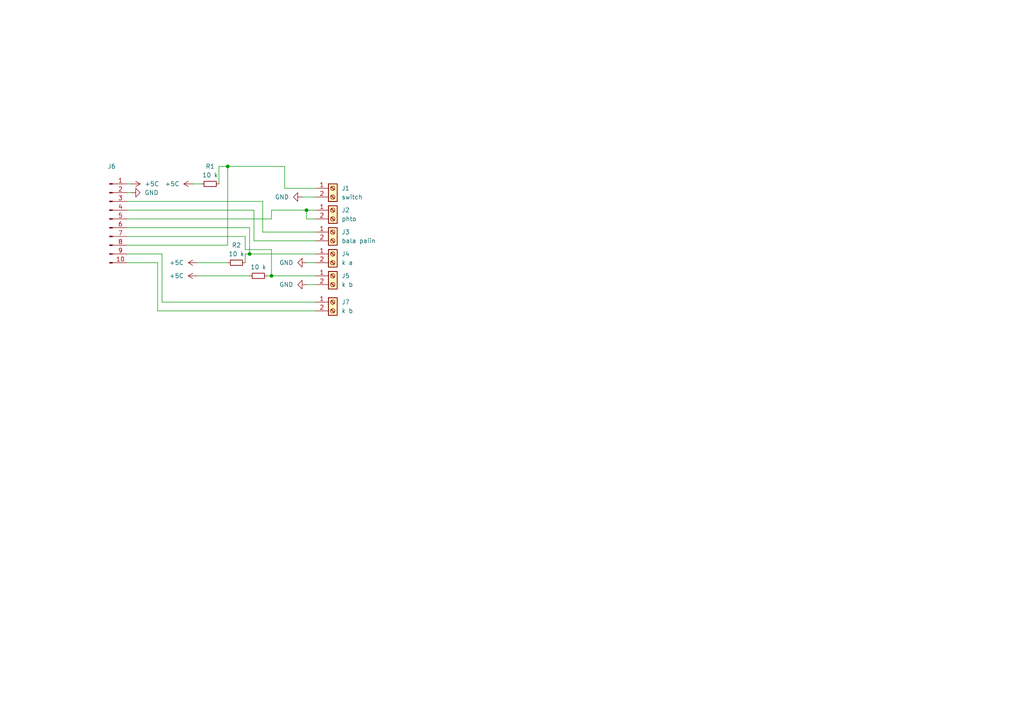
<source format=kicad_sch>
(kicad_sch (version 20231120) (generator "eeschema") (generator_version "8.0")
  (paper "A4")
  (lib_symbols
    (symbol "Connector:Conn_01x10_Pin" (pin_names (offset 1.016) hide)
      (property "Reference" "J" (at 0 12.7 0))
      (property "Value" "Conn_01x10_Pin" (at 0 -15.24 0))
      (symbol "Conn_01x10_Pin_1_1"
        (polyline (pts (xy 1.27 -12.7) (xy 0.8636 -12.7)) (stroke (width 0.1524)))
        (polyline (pts (xy 1.27 -10.16) (xy 0.8636 -10.16)) (stroke (width 0.1524)))
        (polyline (pts (xy 1.27 -7.62) (xy 0.8636 -7.62)) (stroke (width 0.1524)))
        (polyline (pts (xy 1.27 -5.08) (xy 0.8636 -5.08)) (stroke (width 0.1524)))
        (polyline (pts (xy 1.27 -2.54) (xy 0.8636 -2.54)) (stroke (width 0.1524)))
        (polyline (pts (xy 1.27 0) (xy 0.8636 0)) (stroke (width 0.1524)))
        (polyline (pts (xy 1.27 2.54) (xy 0.8636 2.54)) (stroke (width 0.1524)))
        (polyline (pts (xy 1.27 5.08) (xy 0.8636 5.08)) (stroke (width 0.1524)))
        (polyline (pts (xy 1.27 7.62) (xy 0.8636 7.62)) (stroke (width 0.1524)))
        (polyline (pts (xy 1.27 10.16) (xy 0.8636 10.16)) (stroke (width 0.1524)))
        (rectangle (start 0.8636 -12.573) (end 0 -12.827) (stroke (width 0.1524)) (fill (type outline)))
        (rectangle (start 0.8636 -10.033) (end 0 -10.287) (stroke (width 0.1524)) (fill (type outline)))
        (rectangle (start 0.8636 -7.493) (end 0 -7.747) (stroke (width 0.1524)) (fill (type outline)))
        (rectangle (start 0.8636 -4.953) (end 0 -5.207) (stroke (width 0.1524)) (fill (type outline)))
        (rectangle (start 0.8636 -2.413) (end 0 -2.667) (stroke (width 0.1524)) (fill (type outline)))
        (rectangle (start 0.8636 0.127) (end 0 -0.127) (stroke (width 0.1524)) (fill (type outline)))
        (rectangle (start 0.8636 2.667) (end 0 2.413) (stroke (width 0.1524)) (fill (type outline)))
        (rectangle (start 0.8636 5.207) (end 0 4.953) (stroke (width 0.1524)) (fill (type outline)))
        (rectangle (start 0.8636 7.747) (end 0 7.493) (stroke (width 0.1524)) (fill (type outline)))
        (rectangle (start 0.8636 10.287) (end 0 10.033) (stroke (width 0.1524)) (fill (type outline)))
        (pin passive line (at 5.08 10.16 180) (length 3.81) (name "Pin_1") (number "1"))
        (pin passive line (at 5.08 -12.7 180) (length 3.81) (name "Pin_10") (number "10"))
        (pin passive line (at 5.08 7.62 180) (length 3.81) (name "Pin_2") (number "2"))
        (pin passive line (at 5.08 5.08 180) (length 3.81) (name "Pin_3") (number "3"))
        (pin passive line (at 5.08 2.54 180) (length 3.81) (name "Pin_4") (number "4"))
        (pin passive line (at 5.08 0 180) (length 3.81) (name "Pin_5") (number "5"))
        (pin passive line (at 5.08 -2.54 180) (length 3.81) (name "Pin_6") (number "6"))
        (pin passive line (at 5.08 -5.08 180) (length 3.81) (name "Pin_7") (number "7"))
        (pin passive line (at 5.08 -7.62 180) (length 3.81) (name "Pin_8") (number "8"))
        (pin passive line (at 5.08 -10.16 180) (length 3.81) (name "Pin_9") (number "9"))
      )
    )
    (symbol "Connector:Screw_Terminal_01x02" (pin_names (offset 1.016) hide)
      (property "Reference" "J" (at 0 2.54 0))
      (property "Value" "Screw_Terminal_01x02" (at 0 -5.08 0))
      (symbol "Screw_Terminal_01x02_1_1"
        (rectangle (start -1.27 1.27) (end 1.27 -3.81) (stroke (width 0.254)) (fill (type background)))
        (circle (center 0 -2.54) (radius 0.635) (stroke (width 0.1524)))
        (polyline (pts (xy -0.5334 -2.2098) (xy 0.3302 -3.048)) (stroke (width 0.1524)))
        (polyline (pts (xy -0.5334 0.3302) (xy 0.3302 -0.508)) (stroke (width 0.1524)))
        (polyline (pts (xy -0.3556 -2.032) (xy 0.508 -2.8702)) (stroke (width 0.1524)))
        (polyline (pts (xy -0.3556 0.508) (xy 0.508 -0.3302)) (stroke (width 0.1524)))
        (circle (center 0 0) (radius 0.635) (stroke (width 0.1524)))
        (pin passive line (at -5.08 0 0) (length 3.81) (name "Pin_1") (number "1"))
        (pin passive line (at -5.08 -2.54 0) (length 3.81) (name "Pin_2") (number "2"))
      )
    )
    (symbol "Device:R_Small" (pin_numbers hide) (pin_names (offset 0.254) hide)
      (property "Reference" "R" (at 0.762 0.508 0))
      (property "Value" "R_Small" (at 0.762 -1.016 0))
      (symbol "R_Small_0_1"
        (rectangle (start -0.762 1.778) (end 0.762 -1.778) (stroke (width 0.2032)))
      )
      (symbol "R_Small_1_1"
        (pin passive line (at 0 2.54 270) (length 0.762) (name "~") (number "1"))
        (pin passive line (at 0 -2.54 90) (length 0.762) (name "~") (number "2"))
      )
    )
    (symbol "power:+5C" (power) (pin_numbers hide) (pin_names (offset 0) hide)
      (property "Value" "+5C" (at 0 3.556 0))
      (symbol "+5C_0_1"
        (polyline (pts (xy -0.762 1.27) (xy 0 2.54)))
        (polyline (pts (xy 0 0) (xy 0 2.54)))
        (polyline (pts (xy 0 2.54) (xy 0.762 1.27)))
      )
      (symbol "+5C_1_1"
        (pin power_in line (at 0 0 90) (length 0) (name "~") (number "1"))
      )
    )
    (symbol "power:GND" (power) (pin_numbers hide) (pin_names (offset 0) hide)
      (property "Value" "GND" (at 0 -3.81 0))
      (symbol "GND_0_1"
        (polyline (pts (xy 0 0) (xy 0 -1.27) (xy 1.27 -1.27) (xy 0 -2.54) (xy -1.27 -1.27) (xy 0 -1.27)))
      )
      (symbol "GND_1_1"
        (pin power_in line (at 0 0 270) (length 0) (name "~") (number "1"))
      )
    )
  )
  (junction (at 66.04 48.26))
  (junction (at 88.9 60.96))
  (junction (at 72.39 73.66))
  (junction (at 78.74 80.01))
  (wire (pts (xy 72.39 73.66) (xy 91.44 73.66)))
  (wire (pts (xy 91.44 63.5) (xy 88.9 63.5)))
  (wire (pts (xy 46.99 87.63) (xy 46.99 73.66)))
  (wire (pts (xy 88.9 63.5) (xy 88.9 60.96)))
  (wire (pts (xy 38.1 53.34) (xy 36.83 53.34)))
  (wire (pts (xy 63.5 48.26) (xy 66.04 48.26)))
  (wire (pts (xy 73.66 60.96) (xy 36.83 60.96)))
  (wire (pts (xy 91.44 69.85) (xy 73.66 69.85)))
  (wire (pts (xy 55.88 53.34) (xy 58.42 53.34)))
  (wire (pts (xy 36.83 68.58) (xy 71.12 68.58)))
  (wire (pts (xy 77.47 80.01) (xy 78.74 80.01)))
  (wire (pts (xy 91.44 87.63) (xy 46.99 87.63)))
  (wire (pts (xy 46.99 73.66) (xy 36.83 73.66)))
  (wire (pts (xy 57.15 76.2) (xy 66.04 76.2)))
  (wire (pts (xy 36.83 55.88) (xy 38.1 55.88)))
  (wire (pts (xy 36.83 76.2) (xy 45.72 76.2)))
  (wire (pts (xy 73.66 69.85) (xy 73.66 60.96)))
  (wire (pts (xy 72.39 66.04) (xy 72.39 73.66)))
  (wire (pts (xy 87.63 57.15) (xy 91.44 57.15)))
  (wire (pts (xy 36.83 71.12) (xy 66.04 71.12)))
  (wire (pts (xy 82.55 54.61) (xy 91.44 54.61)))
  (wire (pts (xy 63.5 53.34) (xy 63.5 48.26)))
  (wire (pts (xy 78.74 72.39) (xy 78.74 80.01)))
  (wire (pts (xy 78.74 63.5) (xy 36.83 63.5)))
  (wire (pts (xy 82.55 48.26) (xy 82.55 54.61)))
  (wire (pts (xy 45.72 90.17) (xy 91.44 90.17)))
  (wire (pts (xy 71.12 73.66) (xy 72.39 73.66)))
  (wire (pts (xy 45.72 76.2) (xy 45.72 90.17)))
  (wire (pts (xy 88.9 76.2) (xy 91.44 76.2)))
  (wire (pts (xy 66.04 71.12) (xy 66.04 48.26)))
  (wire (pts (xy 71.12 68.58) (xy 71.12 72.39)))
  (wire (pts (xy 78.74 60.96) (xy 78.74 63.5)))
  (wire (pts (xy 76.2 58.42) (xy 76.2 67.31)))
  (wire (pts (xy 36.83 58.42) (xy 76.2 58.42)))
  (wire (pts (xy 36.83 66.04) (xy 72.39 66.04)))
  (wire (pts (xy 71.12 76.2) (xy 71.12 73.66)))
  (wire (pts (xy 57.15 80.01) (xy 72.39 80.01)))
  (wire (pts (xy 88.9 82.55) (xy 91.44 82.55)))
  (wire (pts (xy 76.2 67.31) (xy 91.44 67.31)))
  (wire (pts (xy 71.12 72.39) (xy 78.74 72.39)))
  (wire (pts (xy 88.9 60.96) (xy 78.74 60.96)))
  (wire (pts (xy 78.74 80.01) (xy 91.44 80.01)))
  (wire (pts (xy 66.04 48.26) (xy 82.55 48.26)))
  (wire (pts (xy 91.44 60.96) (xy 88.9 60.96)))
  (symbol (lib_id "power:+5C") (at 57.15 80.01 90) (unit 1)
    (property "Reference" "#PWR05" (effects (hide yes)))
    (property "Value" "+5C" (at 53.34 80.0099 90) (effects (justify left)))
    (property "Description" "Power symbol creates a global label with name \"+5C\"" (effects (hide yes)))
  )
  (symbol (lib_id "Connector:Screw_Terminal_01x02") (at 96.52 54.61 0) (unit 1)
    (property "Reference" "J1" (at 99.06 54.6099 0) (effects (justify left)))
    (property "Value" "switch" (at 99.06 57.1499 0) (effects (justify left)))
    (property "Footprint" "TerminalBlock:TerminalBlock_bornier-2_P5.08mm" (effects (hide yes)))
    (property "Description" "Generic screw terminal, single row, 01x02, script generated (kicad-library-utils/schlib/autogen/connector/)" (effects (hide yes)))
  )
  (symbol (lib_id "Device:R_Small") (at 74.93 80.01 90) (unit 1)
    (property "Reference" "R3" (effects (hide yes)))
    (property "Value" "10 k" (at 74.93 77.47 90))
    (property "Description" "Resistor, small symbol" (effects (hide yes)))
  )
  (symbol (lib_id "Connector:Screw_Terminal_01x02") (at 96.52 67.31 0) (unit 1)
    (property "Reference" "J3" (at 99.06 67.3099 0) (effects (justify left)))
    (property "Value" "bala paiin" (at 99.06 69.8499 0) (effects (justify left)))
    (property "Description" "Generic screw terminal, single row, 01x02, script generated (kicad-library-utils/schlib/autogen/connector/)" (effects (hide yes)))
  )
  (symbol (lib_id "power:GND") (at 38.1 55.88 90) (unit 1)
    (property "Reference" "#PWR02" (effects (hide yes)))
    (property "Value" "GND" (at 41.91 55.8799 90) (effects (justify right)))
    (property "Description" "Power symbol creates a global label with name \"GND\" , ground" (effects (hide yes)))
  )
  (symbol (lib_id "power:GND") (at 87.63 57.15 270) (unit 1)
    (property "Reference" "#PWR08" (effects (hide yes)))
    (property "Value" "GND" (at 83.82 57.1499 90) (effects (justify right)))
    (property "Description" "Power symbol creates a global label with name \"GND\" , ground" (effects (hide yes)))
  )
  (symbol (lib_id "Device:R_Small") (at 60.96 53.34 90) (unit 1)
    (property "Reference" "R1" (at 60.96 48.26 90))
    (property "Value" "10 k" (at 60.96 50.8 90))
    (property "Description" "Resistor, small symbol" (effects (hide yes)))
  )
  (symbol (lib_id "power:GND") (at 88.9 82.55 270) (unit 1)
    (property "Reference" "#PWR07" (effects (hide yes)))
    (property "Value" "GND" (at 85.09 82.5499 90) (effects (justify right)))
    (property "Description" "Power symbol creates a global label with name \"GND\" , ground" (effects (hide yes)))
  )
  (symbol (lib_id "power:+5C") (at 57.15 76.2 90) (unit 1)
    (property "Reference" "#PWR04" (effects (hide yes)))
    (property "Value" "+5C" (at 53.34 76.1999 90) (effects (justify left)))
    (property "Description" "Power symbol creates a global label with name \"+5C\"" (effects (hide yes)))
  )
  (symbol (lib_id "Connector:Screw_Terminal_01x02") (at 96.52 80.01 0) (unit 1)
    (property "Reference" "J5" (at 99.06 80.0099 0) (effects (justify left)))
    (property "Value" "k b" (at 99.06 82.5499 0) (effects (justify left)))
    (property "Description" "Generic screw terminal, single row, 01x02, script generated (kicad-library-utils/schlib/autogen/connector/)" (effects (hide yes)))
  )
  (symbol (lib_id "Connector:Screw_Terminal_01x02") (at 96.52 73.66 0) (unit 1)
    (property "Reference" "J4" (at 99.06 73.6599 0) (effects (justify left)))
    (property "Value" "k a" (at 99.06 76.1999 0) (effects (justify left)))
    (property "Description" "Generic screw terminal, single row, 01x02, script generated (kicad-library-utils/schlib/autogen/connector/)" (effects (hide yes)))
  )
  (symbol (lib_id "power:GND") (at 88.9 76.2 270) (unit 1)
    (property "Reference" "#PWR06" (effects (hide yes)))
    (property "Value" "GND" (at 85.09 76.1999 90) (effects (justify right)))
    (property "Description" "Power symbol creates a global label with name \"GND\" , ground" (effects (hide yes)))
  )
  (symbol (lib_id "power:+5C") (at 55.88 53.34 90) (unit 1)
    (property "Reference" "#PWR03" (effects (hide yes)))
    (property "Value" "+5C" (at 52.07 53.3399 90) (effects (justify left)))
    (property "Description" "Power symbol creates a global label with name \"+5C\"" (effects (hide yes)))
  )
  (symbol (lib_id "Connector:Conn_01x10_Pin") (at 31.75 63.5 0) (unit 1)
    (property "Reference" "J6" (at 32.385 48.26 0))
    (property "Value" "Conn_01x10_Pin" (effects (hide yes)))
    (property "Footprint" "Connector_Wuerth:Wuerth_WR-WTB_64801011622_1x10_P1.50mm_Vertical" (effects (hide yes)))
    (property "Description" "Generic connector, single row, 01x10, script generated" (effects (hide yes)))
  )
  (symbol (lib_id "power:+5C") (at 38.1 53.34 270) (unit 1)
    (property "Reference" "#PWR01" (effects (hide yes)))
    (property "Value" "+5C" (at 41.91 53.3399 90) (effects (justify left)))
    (property "Description" "Power symbol creates a global label with name \"+5C\"" (effects (hide yes)))
  )
  (symbol (lib_id "Connector:Screw_Terminal_01x02") (at 96.52 60.96 0) (unit 1)
    (property "Reference" "J2" (at 99.06 60.9599 0) (effects (justify left)))
    (property "Value" "phto" (at 99.06 63.4999 0) (effects (justify left)))
    (property "Description" "Generic screw terminal, single row, 01x02, script generated (kicad-library-utils/schlib/autogen/connector/)" (effects (hide yes)))
  )
  (symbol (lib_id "Device:R_Small") (at 68.58 76.2 90) (unit 1)
    (property "Reference" "R2" (at 68.58 71.12 90))
    (property "Value" "10 k" (at 68.58 73.66 90))
    (property "Description" "Resistor, small symbol" (effects (hide yes)))
  )
  (symbol (lib_id "Connector:Screw_Terminal_01x02") (at 96.52 87.63 0) (unit 1)
    (property "Reference" "J7" (at 99.06 87.6299 0) (effects (justify left)))
    (property "Value" "k b" (at 99.06 90.1699 0) (effects (justify left)))
    (property "Description" "Generic screw terminal, single row, 01x02, script generated (kicad-library-utils/schlib/autogen/connector/)" (effects (hide yes)))
  )
)
</source>
